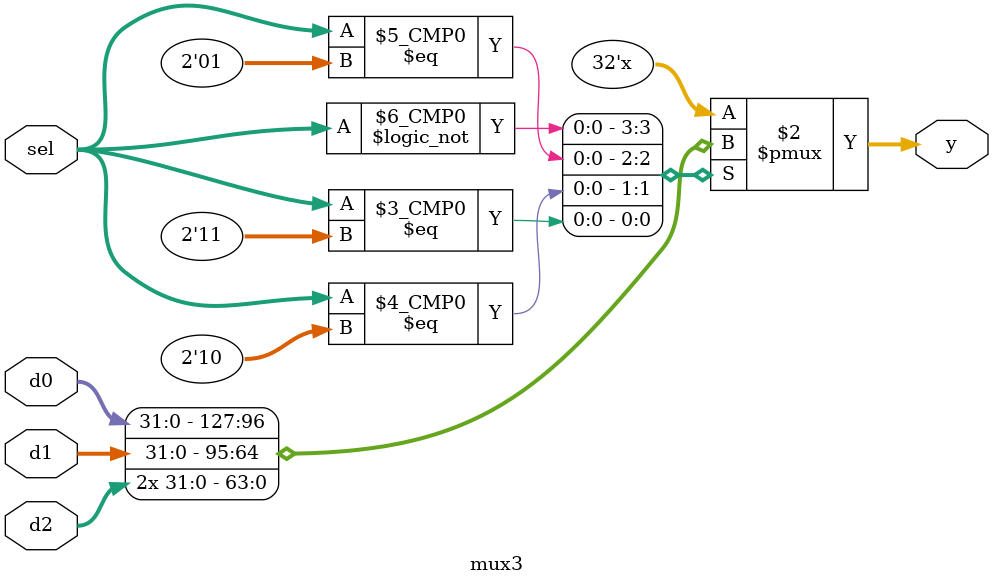
<source format=sv>
`timescale 1ns / 1ps

module mux3(
    input logic [31:0] d0, d1, d2,
    input logic [1:0] sel,
    output logic [31:0] y
    );
    
    always_comb begin
        case(sel)   
            2'b00: y = d0;
            2'b01: y = d1;
            2'b10: y = d2;
            2'b11: y = d2;
        endcase
    end   
endmodule
</source>
